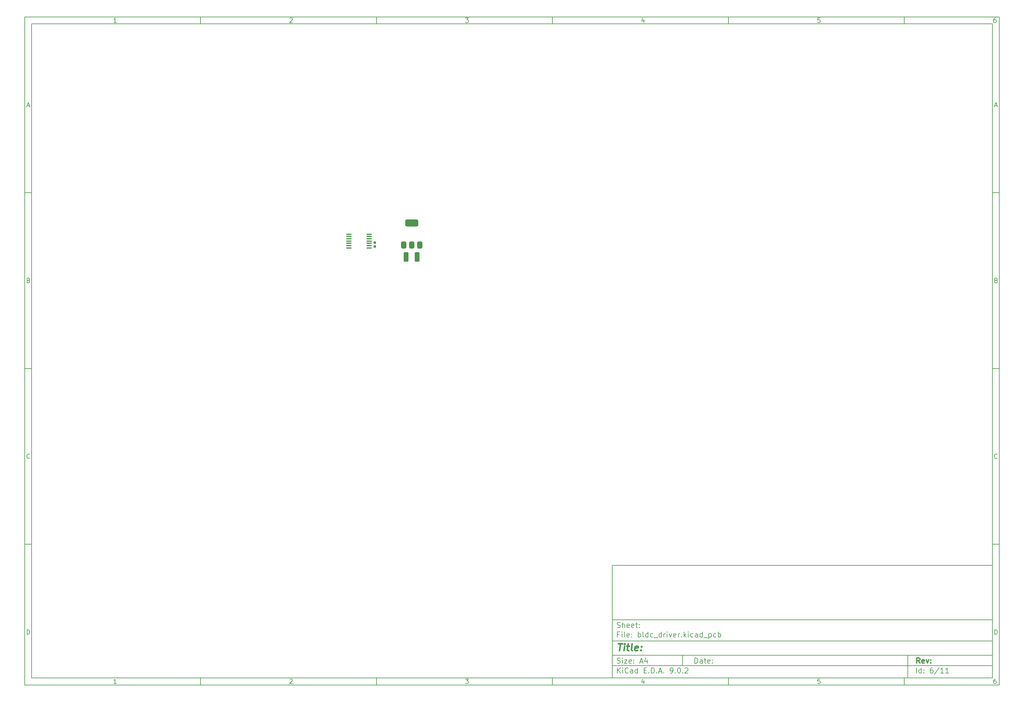
<source format=gbr>
%TF.GenerationSoftware,KiCad,Pcbnew,9.0.2-9.0.2-0~ubuntu22.04.1*%
%TF.CreationDate,2025-07-02T18:49:19+10:00*%
%TF.ProjectId,bldc_driver,626c6463-5f64-4726-9976-65722e6b6963,rev?*%
%TF.SameCoordinates,Original*%
%TF.FileFunction,Paste,Bot*%
%TF.FilePolarity,Positive*%
%FSLAX46Y46*%
G04 Gerber Fmt 4.6, Leading zero omitted, Abs format (unit mm)*
G04 Created by KiCad (PCBNEW 9.0.2-9.0.2-0~ubuntu22.04.1) date 2025-07-02 18:49:19*
%MOMM*%
%LPD*%
G01*
G04 APERTURE LIST*
G04 Aperture macros list*
%AMRoundRect*
0 Rectangle with rounded corners*
0 $1 Rounding radius*
0 $2 $3 $4 $5 $6 $7 $8 $9 X,Y pos of 4 corners*
0 Add a 4 corners polygon primitive as box body*
4,1,4,$2,$3,$4,$5,$6,$7,$8,$9,$2,$3,0*
0 Add four circle primitives for the rounded corners*
1,1,$1+$1,$2,$3*
1,1,$1+$1,$4,$5*
1,1,$1+$1,$6,$7*
1,1,$1+$1,$8,$9*
0 Add four rect primitives between the rounded corners*
20,1,$1+$1,$2,$3,$4,$5,0*
20,1,$1+$1,$4,$5,$6,$7,0*
20,1,$1+$1,$6,$7,$8,$9,0*
20,1,$1+$1,$8,$9,$2,$3,0*%
G04 Aperture macros list end*
%ADD10C,0.100000*%
%ADD11C,0.150000*%
%ADD12C,0.300000*%
%ADD13C,0.400000*%
%ADD14RoundRect,0.375000X0.375000X-0.625000X0.375000X0.625000X-0.375000X0.625000X-0.375000X-0.625000X0*%
%ADD15RoundRect,0.500000X1.400000X-0.500000X1.400000X0.500000X-1.400000X0.500000X-1.400000X-0.500000X0*%
%ADD16RoundRect,0.155000X-0.155000X0.212500X-0.155000X-0.212500X0.155000X-0.212500X0.155000X0.212500X0*%
%ADD17RoundRect,0.250000X-0.412500X-1.100000X0.412500X-1.100000X0.412500X1.100000X-0.412500X1.100000X0*%
%ADD18RoundRect,0.100000X-0.637500X-0.100000X0.637500X-0.100000X0.637500X0.100000X-0.637500X0.100000X0*%
G04 APERTURE END LIST*
D10*
D11*
X177002200Y-166007200D02*
X285002200Y-166007200D01*
X285002200Y-198007200D01*
X177002200Y-198007200D01*
X177002200Y-166007200D01*
D10*
D11*
X10000000Y-10000000D02*
X287002200Y-10000000D01*
X287002200Y-200007200D01*
X10000000Y-200007200D01*
X10000000Y-10000000D01*
D10*
D11*
X12000000Y-12000000D02*
X285002200Y-12000000D01*
X285002200Y-198007200D01*
X12000000Y-198007200D01*
X12000000Y-12000000D01*
D10*
D11*
X60000000Y-12000000D02*
X60000000Y-10000000D01*
D10*
D11*
X110000000Y-12000000D02*
X110000000Y-10000000D01*
D10*
D11*
X160000000Y-12000000D02*
X160000000Y-10000000D01*
D10*
D11*
X210000000Y-12000000D02*
X210000000Y-10000000D01*
D10*
D11*
X260000000Y-12000000D02*
X260000000Y-10000000D01*
D10*
D11*
X36089160Y-11593604D02*
X35346303Y-11593604D01*
X35717731Y-11593604D02*
X35717731Y-10293604D01*
X35717731Y-10293604D02*
X35593922Y-10479319D01*
X35593922Y-10479319D02*
X35470112Y-10603128D01*
X35470112Y-10603128D02*
X35346303Y-10665033D01*
D10*
D11*
X85346303Y-10417414D02*
X85408207Y-10355509D01*
X85408207Y-10355509D02*
X85532017Y-10293604D01*
X85532017Y-10293604D02*
X85841541Y-10293604D01*
X85841541Y-10293604D02*
X85965350Y-10355509D01*
X85965350Y-10355509D02*
X86027255Y-10417414D01*
X86027255Y-10417414D02*
X86089160Y-10541223D01*
X86089160Y-10541223D02*
X86089160Y-10665033D01*
X86089160Y-10665033D02*
X86027255Y-10850747D01*
X86027255Y-10850747D02*
X85284398Y-11593604D01*
X85284398Y-11593604D02*
X86089160Y-11593604D01*
D10*
D11*
X135284398Y-10293604D02*
X136089160Y-10293604D01*
X136089160Y-10293604D02*
X135655826Y-10788842D01*
X135655826Y-10788842D02*
X135841541Y-10788842D01*
X135841541Y-10788842D02*
X135965350Y-10850747D01*
X135965350Y-10850747D02*
X136027255Y-10912652D01*
X136027255Y-10912652D02*
X136089160Y-11036461D01*
X136089160Y-11036461D02*
X136089160Y-11345985D01*
X136089160Y-11345985D02*
X136027255Y-11469795D01*
X136027255Y-11469795D02*
X135965350Y-11531700D01*
X135965350Y-11531700D02*
X135841541Y-11593604D01*
X135841541Y-11593604D02*
X135470112Y-11593604D01*
X135470112Y-11593604D02*
X135346303Y-11531700D01*
X135346303Y-11531700D02*
X135284398Y-11469795D01*
D10*
D11*
X185965350Y-10726938D02*
X185965350Y-11593604D01*
X185655826Y-10231700D02*
X185346303Y-11160271D01*
X185346303Y-11160271D02*
X186151064Y-11160271D01*
D10*
D11*
X236027255Y-10293604D02*
X235408207Y-10293604D01*
X235408207Y-10293604D02*
X235346303Y-10912652D01*
X235346303Y-10912652D02*
X235408207Y-10850747D01*
X235408207Y-10850747D02*
X235532017Y-10788842D01*
X235532017Y-10788842D02*
X235841541Y-10788842D01*
X235841541Y-10788842D02*
X235965350Y-10850747D01*
X235965350Y-10850747D02*
X236027255Y-10912652D01*
X236027255Y-10912652D02*
X236089160Y-11036461D01*
X236089160Y-11036461D02*
X236089160Y-11345985D01*
X236089160Y-11345985D02*
X236027255Y-11469795D01*
X236027255Y-11469795D02*
X235965350Y-11531700D01*
X235965350Y-11531700D02*
X235841541Y-11593604D01*
X235841541Y-11593604D02*
X235532017Y-11593604D01*
X235532017Y-11593604D02*
X235408207Y-11531700D01*
X235408207Y-11531700D02*
X235346303Y-11469795D01*
D10*
D11*
X285965350Y-10293604D02*
X285717731Y-10293604D01*
X285717731Y-10293604D02*
X285593922Y-10355509D01*
X285593922Y-10355509D02*
X285532017Y-10417414D01*
X285532017Y-10417414D02*
X285408207Y-10603128D01*
X285408207Y-10603128D02*
X285346303Y-10850747D01*
X285346303Y-10850747D02*
X285346303Y-11345985D01*
X285346303Y-11345985D02*
X285408207Y-11469795D01*
X285408207Y-11469795D02*
X285470112Y-11531700D01*
X285470112Y-11531700D02*
X285593922Y-11593604D01*
X285593922Y-11593604D02*
X285841541Y-11593604D01*
X285841541Y-11593604D02*
X285965350Y-11531700D01*
X285965350Y-11531700D02*
X286027255Y-11469795D01*
X286027255Y-11469795D02*
X286089160Y-11345985D01*
X286089160Y-11345985D02*
X286089160Y-11036461D01*
X286089160Y-11036461D02*
X286027255Y-10912652D01*
X286027255Y-10912652D02*
X285965350Y-10850747D01*
X285965350Y-10850747D02*
X285841541Y-10788842D01*
X285841541Y-10788842D02*
X285593922Y-10788842D01*
X285593922Y-10788842D02*
X285470112Y-10850747D01*
X285470112Y-10850747D02*
X285408207Y-10912652D01*
X285408207Y-10912652D02*
X285346303Y-11036461D01*
D10*
D11*
X60000000Y-198007200D02*
X60000000Y-200007200D01*
D10*
D11*
X110000000Y-198007200D02*
X110000000Y-200007200D01*
D10*
D11*
X160000000Y-198007200D02*
X160000000Y-200007200D01*
D10*
D11*
X210000000Y-198007200D02*
X210000000Y-200007200D01*
D10*
D11*
X260000000Y-198007200D02*
X260000000Y-200007200D01*
D10*
D11*
X36089160Y-199600804D02*
X35346303Y-199600804D01*
X35717731Y-199600804D02*
X35717731Y-198300804D01*
X35717731Y-198300804D02*
X35593922Y-198486519D01*
X35593922Y-198486519D02*
X35470112Y-198610328D01*
X35470112Y-198610328D02*
X35346303Y-198672233D01*
D10*
D11*
X85346303Y-198424614D02*
X85408207Y-198362709D01*
X85408207Y-198362709D02*
X85532017Y-198300804D01*
X85532017Y-198300804D02*
X85841541Y-198300804D01*
X85841541Y-198300804D02*
X85965350Y-198362709D01*
X85965350Y-198362709D02*
X86027255Y-198424614D01*
X86027255Y-198424614D02*
X86089160Y-198548423D01*
X86089160Y-198548423D02*
X86089160Y-198672233D01*
X86089160Y-198672233D02*
X86027255Y-198857947D01*
X86027255Y-198857947D02*
X85284398Y-199600804D01*
X85284398Y-199600804D02*
X86089160Y-199600804D01*
D10*
D11*
X135284398Y-198300804D02*
X136089160Y-198300804D01*
X136089160Y-198300804D02*
X135655826Y-198796042D01*
X135655826Y-198796042D02*
X135841541Y-198796042D01*
X135841541Y-198796042D02*
X135965350Y-198857947D01*
X135965350Y-198857947D02*
X136027255Y-198919852D01*
X136027255Y-198919852D02*
X136089160Y-199043661D01*
X136089160Y-199043661D02*
X136089160Y-199353185D01*
X136089160Y-199353185D02*
X136027255Y-199476995D01*
X136027255Y-199476995D02*
X135965350Y-199538900D01*
X135965350Y-199538900D02*
X135841541Y-199600804D01*
X135841541Y-199600804D02*
X135470112Y-199600804D01*
X135470112Y-199600804D02*
X135346303Y-199538900D01*
X135346303Y-199538900D02*
X135284398Y-199476995D01*
D10*
D11*
X185965350Y-198734138D02*
X185965350Y-199600804D01*
X185655826Y-198238900D02*
X185346303Y-199167471D01*
X185346303Y-199167471D02*
X186151064Y-199167471D01*
D10*
D11*
X236027255Y-198300804D02*
X235408207Y-198300804D01*
X235408207Y-198300804D02*
X235346303Y-198919852D01*
X235346303Y-198919852D02*
X235408207Y-198857947D01*
X235408207Y-198857947D02*
X235532017Y-198796042D01*
X235532017Y-198796042D02*
X235841541Y-198796042D01*
X235841541Y-198796042D02*
X235965350Y-198857947D01*
X235965350Y-198857947D02*
X236027255Y-198919852D01*
X236027255Y-198919852D02*
X236089160Y-199043661D01*
X236089160Y-199043661D02*
X236089160Y-199353185D01*
X236089160Y-199353185D02*
X236027255Y-199476995D01*
X236027255Y-199476995D02*
X235965350Y-199538900D01*
X235965350Y-199538900D02*
X235841541Y-199600804D01*
X235841541Y-199600804D02*
X235532017Y-199600804D01*
X235532017Y-199600804D02*
X235408207Y-199538900D01*
X235408207Y-199538900D02*
X235346303Y-199476995D01*
D10*
D11*
X285965350Y-198300804D02*
X285717731Y-198300804D01*
X285717731Y-198300804D02*
X285593922Y-198362709D01*
X285593922Y-198362709D02*
X285532017Y-198424614D01*
X285532017Y-198424614D02*
X285408207Y-198610328D01*
X285408207Y-198610328D02*
X285346303Y-198857947D01*
X285346303Y-198857947D02*
X285346303Y-199353185D01*
X285346303Y-199353185D02*
X285408207Y-199476995D01*
X285408207Y-199476995D02*
X285470112Y-199538900D01*
X285470112Y-199538900D02*
X285593922Y-199600804D01*
X285593922Y-199600804D02*
X285841541Y-199600804D01*
X285841541Y-199600804D02*
X285965350Y-199538900D01*
X285965350Y-199538900D02*
X286027255Y-199476995D01*
X286027255Y-199476995D02*
X286089160Y-199353185D01*
X286089160Y-199353185D02*
X286089160Y-199043661D01*
X286089160Y-199043661D02*
X286027255Y-198919852D01*
X286027255Y-198919852D02*
X285965350Y-198857947D01*
X285965350Y-198857947D02*
X285841541Y-198796042D01*
X285841541Y-198796042D02*
X285593922Y-198796042D01*
X285593922Y-198796042D02*
X285470112Y-198857947D01*
X285470112Y-198857947D02*
X285408207Y-198919852D01*
X285408207Y-198919852D02*
X285346303Y-199043661D01*
D10*
D11*
X10000000Y-60000000D02*
X12000000Y-60000000D01*
D10*
D11*
X10000000Y-110000000D02*
X12000000Y-110000000D01*
D10*
D11*
X10000000Y-160000000D02*
X12000000Y-160000000D01*
D10*
D11*
X10690476Y-35222176D02*
X11309523Y-35222176D01*
X10566666Y-35593604D02*
X10999999Y-34293604D01*
X10999999Y-34293604D02*
X11433333Y-35593604D01*
D10*
D11*
X11092857Y-84912652D02*
X11278571Y-84974557D01*
X11278571Y-84974557D02*
X11340476Y-85036461D01*
X11340476Y-85036461D02*
X11402380Y-85160271D01*
X11402380Y-85160271D02*
X11402380Y-85345985D01*
X11402380Y-85345985D02*
X11340476Y-85469795D01*
X11340476Y-85469795D02*
X11278571Y-85531700D01*
X11278571Y-85531700D02*
X11154761Y-85593604D01*
X11154761Y-85593604D02*
X10659523Y-85593604D01*
X10659523Y-85593604D02*
X10659523Y-84293604D01*
X10659523Y-84293604D02*
X11092857Y-84293604D01*
X11092857Y-84293604D02*
X11216666Y-84355509D01*
X11216666Y-84355509D02*
X11278571Y-84417414D01*
X11278571Y-84417414D02*
X11340476Y-84541223D01*
X11340476Y-84541223D02*
X11340476Y-84665033D01*
X11340476Y-84665033D02*
X11278571Y-84788842D01*
X11278571Y-84788842D02*
X11216666Y-84850747D01*
X11216666Y-84850747D02*
X11092857Y-84912652D01*
X11092857Y-84912652D02*
X10659523Y-84912652D01*
D10*
D11*
X11402380Y-135469795D02*
X11340476Y-135531700D01*
X11340476Y-135531700D02*
X11154761Y-135593604D01*
X11154761Y-135593604D02*
X11030952Y-135593604D01*
X11030952Y-135593604D02*
X10845238Y-135531700D01*
X10845238Y-135531700D02*
X10721428Y-135407890D01*
X10721428Y-135407890D02*
X10659523Y-135284080D01*
X10659523Y-135284080D02*
X10597619Y-135036461D01*
X10597619Y-135036461D02*
X10597619Y-134850747D01*
X10597619Y-134850747D02*
X10659523Y-134603128D01*
X10659523Y-134603128D02*
X10721428Y-134479319D01*
X10721428Y-134479319D02*
X10845238Y-134355509D01*
X10845238Y-134355509D02*
X11030952Y-134293604D01*
X11030952Y-134293604D02*
X11154761Y-134293604D01*
X11154761Y-134293604D02*
X11340476Y-134355509D01*
X11340476Y-134355509D02*
X11402380Y-134417414D01*
D10*
D11*
X10659523Y-185593604D02*
X10659523Y-184293604D01*
X10659523Y-184293604D02*
X10969047Y-184293604D01*
X10969047Y-184293604D02*
X11154761Y-184355509D01*
X11154761Y-184355509D02*
X11278571Y-184479319D01*
X11278571Y-184479319D02*
X11340476Y-184603128D01*
X11340476Y-184603128D02*
X11402380Y-184850747D01*
X11402380Y-184850747D02*
X11402380Y-185036461D01*
X11402380Y-185036461D02*
X11340476Y-185284080D01*
X11340476Y-185284080D02*
X11278571Y-185407890D01*
X11278571Y-185407890D02*
X11154761Y-185531700D01*
X11154761Y-185531700D02*
X10969047Y-185593604D01*
X10969047Y-185593604D02*
X10659523Y-185593604D01*
D10*
D11*
X287002200Y-60000000D02*
X285002200Y-60000000D01*
D10*
D11*
X287002200Y-110000000D02*
X285002200Y-110000000D01*
D10*
D11*
X287002200Y-160000000D02*
X285002200Y-160000000D01*
D10*
D11*
X285692676Y-35222176D02*
X286311723Y-35222176D01*
X285568866Y-35593604D02*
X286002199Y-34293604D01*
X286002199Y-34293604D02*
X286435533Y-35593604D01*
D10*
D11*
X286095057Y-84912652D02*
X286280771Y-84974557D01*
X286280771Y-84974557D02*
X286342676Y-85036461D01*
X286342676Y-85036461D02*
X286404580Y-85160271D01*
X286404580Y-85160271D02*
X286404580Y-85345985D01*
X286404580Y-85345985D02*
X286342676Y-85469795D01*
X286342676Y-85469795D02*
X286280771Y-85531700D01*
X286280771Y-85531700D02*
X286156961Y-85593604D01*
X286156961Y-85593604D02*
X285661723Y-85593604D01*
X285661723Y-85593604D02*
X285661723Y-84293604D01*
X285661723Y-84293604D02*
X286095057Y-84293604D01*
X286095057Y-84293604D02*
X286218866Y-84355509D01*
X286218866Y-84355509D02*
X286280771Y-84417414D01*
X286280771Y-84417414D02*
X286342676Y-84541223D01*
X286342676Y-84541223D02*
X286342676Y-84665033D01*
X286342676Y-84665033D02*
X286280771Y-84788842D01*
X286280771Y-84788842D02*
X286218866Y-84850747D01*
X286218866Y-84850747D02*
X286095057Y-84912652D01*
X286095057Y-84912652D02*
X285661723Y-84912652D01*
D10*
D11*
X286404580Y-135469795D02*
X286342676Y-135531700D01*
X286342676Y-135531700D02*
X286156961Y-135593604D01*
X286156961Y-135593604D02*
X286033152Y-135593604D01*
X286033152Y-135593604D02*
X285847438Y-135531700D01*
X285847438Y-135531700D02*
X285723628Y-135407890D01*
X285723628Y-135407890D02*
X285661723Y-135284080D01*
X285661723Y-135284080D02*
X285599819Y-135036461D01*
X285599819Y-135036461D02*
X285599819Y-134850747D01*
X285599819Y-134850747D02*
X285661723Y-134603128D01*
X285661723Y-134603128D02*
X285723628Y-134479319D01*
X285723628Y-134479319D02*
X285847438Y-134355509D01*
X285847438Y-134355509D02*
X286033152Y-134293604D01*
X286033152Y-134293604D02*
X286156961Y-134293604D01*
X286156961Y-134293604D02*
X286342676Y-134355509D01*
X286342676Y-134355509D02*
X286404580Y-134417414D01*
D10*
D11*
X285661723Y-185593604D02*
X285661723Y-184293604D01*
X285661723Y-184293604D02*
X285971247Y-184293604D01*
X285971247Y-184293604D02*
X286156961Y-184355509D01*
X286156961Y-184355509D02*
X286280771Y-184479319D01*
X286280771Y-184479319D02*
X286342676Y-184603128D01*
X286342676Y-184603128D02*
X286404580Y-184850747D01*
X286404580Y-184850747D02*
X286404580Y-185036461D01*
X286404580Y-185036461D02*
X286342676Y-185284080D01*
X286342676Y-185284080D02*
X286280771Y-185407890D01*
X286280771Y-185407890D02*
X286156961Y-185531700D01*
X286156961Y-185531700D02*
X285971247Y-185593604D01*
X285971247Y-185593604D02*
X285661723Y-185593604D01*
D10*
D11*
X200458026Y-193793328D02*
X200458026Y-192293328D01*
X200458026Y-192293328D02*
X200815169Y-192293328D01*
X200815169Y-192293328D02*
X201029455Y-192364757D01*
X201029455Y-192364757D02*
X201172312Y-192507614D01*
X201172312Y-192507614D02*
X201243741Y-192650471D01*
X201243741Y-192650471D02*
X201315169Y-192936185D01*
X201315169Y-192936185D02*
X201315169Y-193150471D01*
X201315169Y-193150471D02*
X201243741Y-193436185D01*
X201243741Y-193436185D02*
X201172312Y-193579042D01*
X201172312Y-193579042D02*
X201029455Y-193721900D01*
X201029455Y-193721900D02*
X200815169Y-193793328D01*
X200815169Y-193793328D02*
X200458026Y-193793328D01*
X202600884Y-193793328D02*
X202600884Y-193007614D01*
X202600884Y-193007614D02*
X202529455Y-192864757D01*
X202529455Y-192864757D02*
X202386598Y-192793328D01*
X202386598Y-192793328D02*
X202100884Y-192793328D01*
X202100884Y-192793328D02*
X201958026Y-192864757D01*
X202600884Y-193721900D02*
X202458026Y-193793328D01*
X202458026Y-193793328D02*
X202100884Y-193793328D01*
X202100884Y-193793328D02*
X201958026Y-193721900D01*
X201958026Y-193721900D02*
X201886598Y-193579042D01*
X201886598Y-193579042D02*
X201886598Y-193436185D01*
X201886598Y-193436185D02*
X201958026Y-193293328D01*
X201958026Y-193293328D02*
X202100884Y-193221900D01*
X202100884Y-193221900D02*
X202458026Y-193221900D01*
X202458026Y-193221900D02*
X202600884Y-193150471D01*
X203100884Y-192793328D02*
X203672312Y-192793328D01*
X203315169Y-192293328D02*
X203315169Y-193579042D01*
X203315169Y-193579042D02*
X203386598Y-193721900D01*
X203386598Y-193721900D02*
X203529455Y-193793328D01*
X203529455Y-193793328D02*
X203672312Y-193793328D01*
X204743741Y-193721900D02*
X204600884Y-193793328D01*
X204600884Y-193793328D02*
X204315170Y-193793328D01*
X204315170Y-193793328D02*
X204172312Y-193721900D01*
X204172312Y-193721900D02*
X204100884Y-193579042D01*
X204100884Y-193579042D02*
X204100884Y-193007614D01*
X204100884Y-193007614D02*
X204172312Y-192864757D01*
X204172312Y-192864757D02*
X204315170Y-192793328D01*
X204315170Y-192793328D02*
X204600884Y-192793328D01*
X204600884Y-192793328D02*
X204743741Y-192864757D01*
X204743741Y-192864757D02*
X204815170Y-193007614D01*
X204815170Y-193007614D02*
X204815170Y-193150471D01*
X204815170Y-193150471D02*
X204100884Y-193293328D01*
X205458026Y-193650471D02*
X205529455Y-193721900D01*
X205529455Y-193721900D02*
X205458026Y-193793328D01*
X205458026Y-193793328D02*
X205386598Y-193721900D01*
X205386598Y-193721900D02*
X205458026Y-193650471D01*
X205458026Y-193650471D02*
X205458026Y-193793328D01*
X205458026Y-192864757D02*
X205529455Y-192936185D01*
X205529455Y-192936185D02*
X205458026Y-193007614D01*
X205458026Y-193007614D02*
X205386598Y-192936185D01*
X205386598Y-192936185D02*
X205458026Y-192864757D01*
X205458026Y-192864757D02*
X205458026Y-193007614D01*
D10*
D11*
X177002200Y-194507200D02*
X285002200Y-194507200D01*
D10*
D11*
X178458026Y-196593328D02*
X178458026Y-195093328D01*
X179315169Y-196593328D02*
X178672312Y-195736185D01*
X179315169Y-195093328D02*
X178458026Y-195950471D01*
X179958026Y-196593328D02*
X179958026Y-195593328D01*
X179958026Y-195093328D02*
X179886598Y-195164757D01*
X179886598Y-195164757D02*
X179958026Y-195236185D01*
X179958026Y-195236185D02*
X180029455Y-195164757D01*
X180029455Y-195164757D02*
X179958026Y-195093328D01*
X179958026Y-195093328D02*
X179958026Y-195236185D01*
X181529455Y-196450471D02*
X181458027Y-196521900D01*
X181458027Y-196521900D02*
X181243741Y-196593328D01*
X181243741Y-196593328D02*
X181100884Y-196593328D01*
X181100884Y-196593328D02*
X180886598Y-196521900D01*
X180886598Y-196521900D02*
X180743741Y-196379042D01*
X180743741Y-196379042D02*
X180672312Y-196236185D01*
X180672312Y-196236185D02*
X180600884Y-195950471D01*
X180600884Y-195950471D02*
X180600884Y-195736185D01*
X180600884Y-195736185D02*
X180672312Y-195450471D01*
X180672312Y-195450471D02*
X180743741Y-195307614D01*
X180743741Y-195307614D02*
X180886598Y-195164757D01*
X180886598Y-195164757D02*
X181100884Y-195093328D01*
X181100884Y-195093328D02*
X181243741Y-195093328D01*
X181243741Y-195093328D02*
X181458027Y-195164757D01*
X181458027Y-195164757D02*
X181529455Y-195236185D01*
X182815170Y-196593328D02*
X182815170Y-195807614D01*
X182815170Y-195807614D02*
X182743741Y-195664757D01*
X182743741Y-195664757D02*
X182600884Y-195593328D01*
X182600884Y-195593328D02*
X182315170Y-195593328D01*
X182315170Y-195593328D02*
X182172312Y-195664757D01*
X182815170Y-196521900D02*
X182672312Y-196593328D01*
X182672312Y-196593328D02*
X182315170Y-196593328D01*
X182315170Y-196593328D02*
X182172312Y-196521900D01*
X182172312Y-196521900D02*
X182100884Y-196379042D01*
X182100884Y-196379042D02*
X182100884Y-196236185D01*
X182100884Y-196236185D02*
X182172312Y-196093328D01*
X182172312Y-196093328D02*
X182315170Y-196021900D01*
X182315170Y-196021900D02*
X182672312Y-196021900D01*
X182672312Y-196021900D02*
X182815170Y-195950471D01*
X184172313Y-196593328D02*
X184172313Y-195093328D01*
X184172313Y-196521900D02*
X184029455Y-196593328D01*
X184029455Y-196593328D02*
X183743741Y-196593328D01*
X183743741Y-196593328D02*
X183600884Y-196521900D01*
X183600884Y-196521900D02*
X183529455Y-196450471D01*
X183529455Y-196450471D02*
X183458027Y-196307614D01*
X183458027Y-196307614D02*
X183458027Y-195879042D01*
X183458027Y-195879042D02*
X183529455Y-195736185D01*
X183529455Y-195736185D02*
X183600884Y-195664757D01*
X183600884Y-195664757D02*
X183743741Y-195593328D01*
X183743741Y-195593328D02*
X184029455Y-195593328D01*
X184029455Y-195593328D02*
X184172313Y-195664757D01*
X186029455Y-195807614D02*
X186529455Y-195807614D01*
X186743741Y-196593328D02*
X186029455Y-196593328D01*
X186029455Y-196593328D02*
X186029455Y-195093328D01*
X186029455Y-195093328D02*
X186743741Y-195093328D01*
X187386598Y-196450471D02*
X187458027Y-196521900D01*
X187458027Y-196521900D02*
X187386598Y-196593328D01*
X187386598Y-196593328D02*
X187315170Y-196521900D01*
X187315170Y-196521900D02*
X187386598Y-196450471D01*
X187386598Y-196450471D02*
X187386598Y-196593328D01*
X188100884Y-196593328D02*
X188100884Y-195093328D01*
X188100884Y-195093328D02*
X188458027Y-195093328D01*
X188458027Y-195093328D02*
X188672313Y-195164757D01*
X188672313Y-195164757D02*
X188815170Y-195307614D01*
X188815170Y-195307614D02*
X188886599Y-195450471D01*
X188886599Y-195450471D02*
X188958027Y-195736185D01*
X188958027Y-195736185D02*
X188958027Y-195950471D01*
X188958027Y-195950471D02*
X188886599Y-196236185D01*
X188886599Y-196236185D02*
X188815170Y-196379042D01*
X188815170Y-196379042D02*
X188672313Y-196521900D01*
X188672313Y-196521900D02*
X188458027Y-196593328D01*
X188458027Y-196593328D02*
X188100884Y-196593328D01*
X189600884Y-196450471D02*
X189672313Y-196521900D01*
X189672313Y-196521900D02*
X189600884Y-196593328D01*
X189600884Y-196593328D02*
X189529456Y-196521900D01*
X189529456Y-196521900D02*
X189600884Y-196450471D01*
X189600884Y-196450471D02*
X189600884Y-196593328D01*
X190243742Y-196164757D02*
X190958028Y-196164757D01*
X190100885Y-196593328D02*
X190600885Y-195093328D01*
X190600885Y-195093328D02*
X191100885Y-196593328D01*
X191600884Y-196450471D02*
X191672313Y-196521900D01*
X191672313Y-196521900D02*
X191600884Y-196593328D01*
X191600884Y-196593328D02*
X191529456Y-196521900D01*
X191529456Y-196521900D02*
X191600884Y-196450471D01*
X191600884Y-196450471D02*
X191600884Y-196593328D01*
X193529456Y-196593328D02*
X193815170Y-196593328D01*
X193815170Y-196593328D02*
X193958027Y-196521900D01*
X193958027Y-196521900D02*
X194029456Y-196450471D01*
X194029456Y-196450471D02*
X194172313Y-196236185D01*
X194172313Y-196236185D02*
X194243742Y-195950471D01*
X194243742Y-195950471D02*
X194243742Y-195379042D01*
X194243742Y-195379042D02*
X194172313Y-195236185D01*
X194172313Y-195236185D02*
X194100885Y-195164757D01*
X194100885Y-195164757D02*
X193958027Y-195093328D01*
X193958027Y-195093328D02*
X193672313Y-195093328D01*
X193672313Y-195093328D02*
X193529456Y-195164757D01*
X193529456Y-195164757D02*
X193458027Y-195236185D01*
X193458027Y-195236185D02*
X193386599Y-195379042D01*
X193386599Y-195379042D02*
X193386599Y-195736185D01*
X193386599Y-195736185D02*
X193458027Y-195879042D01*
X193458027Y-195879042D02*
X193529456Y-195950471D01*
X193529456Y-195950471D02*
X193672313Y-196021900D01*
X193672313Y-196021900D02*
X193958027Y-196021900D01*
X193958027Y-196021900D02*
X194100885Y-195950471D01*
X194100885Y-195950471D02*
X194172313Y-195879042D01*
X194172313Y-195879042D02*
X194243742Y-195736185D01*
X194886598Y-196450471D02*
X194958027Y-196521900D01*
X194958027Y-196521900D02*
X194886598Y-196593328D01*
X194886598Y-196593328D02*
X194815170Y-196521900D01*
X194815170Y-196521900D02*
X194886598Y-196450471D01*
X194886598Y-196450471D02*
X194886598Y-196593328D01*
X195886599Y-195093328D02*
X196029456Y-195093328D01*
X196029456Y-195093328D02*
X196172313Y-195164757D01*
X196172313Y-195164757D02*
X196243742Y-195236185D01*
X196243742Y-195236185D02*
X196315170Y-195379042D01*
X196315170Y-195379042D02*
X196386599Y-195664757D01*
X196386599Y-195664757D02*
X196386599Y-196021900D01*
X196386599Y-196021900D02*
X196315170Y-196307614D01*
X196315170Y-196307614D02*
X196243742Y-196450471D01*
X196243742Y-196450471D02*
X196172313Y-196521900D01*
X196172313Y-196521900D02*
X196029456Y-196593328D01*
X196029456Y-196593328D02*
X195886599Y-196593328D01*
X195886599Y-196593328D02*
X195743742Y-196521900D01*
X195743742Y-196521900D02*
X195672313Y-196450471D01*
X195672313Y-196450471D02*
X195600884Y-196307614D01*
X195600884Y-196307614D02*
X195529456Y-196021900D01*
X195529456Y-196021900D02*
X195529456Y-195664757D01*
X195529456Y-195664757D02*
X195600884Y-195379042D01*
X195600884Y-195379042D02*
X195672313Y-195236185D01*
X195672313Y-195236185D02*
X195743742Y-195164757D01*
X195743742Y-195164757D02*
X195886599Y-195093328D01*
X197029455Y-196450471D02*
X197100884Y-196521900D01*
X197100884Y-196521900D02*
X197029455Y-196593328D01*
X197029455Y-196593328D02*
X196958027Y-196521900D01*
X196958027Y-196521900D02*
X197029455Y-196450471D01*
X197029455Y-196450471D02*
X197029455Y-196593328D01*
X197672313Y-195236185D02*
X197743741Y-195164757D01*
X197743741Y-195164757D02*
X197886599Y-195093328D01*
X197886599Y-195093328D02*
X198243741Y-195093328D01*
X198243741Y-195093328D02*
X198386599Y-195164757D01*
X198386599Y-195164757D02*
X198458027Y-195236185D01*
X198458027Y-195236185D02*
X198529456Y-195379042D01*
X198529456Y-195379042D02*
X198529456Y-195521900D01*
X198529456Y-195521900D02*
X198458027Y-195736185D01*
X198458027Y-195736185D02*
X197600884Y-196593328D01*
X197600884Y-196593328D02*
X198529456Y-196593328D01*
D10*
D11*
X177002200Y-191507200D02*
X285002200Y-191507200D01*
D10*
D12*
X264413853Y-193785528D02*
X263913853Y-193071242D01*
X263556710Y-193785528D02*
X263556710Y-192285528D01*
X263556710Y-192285528D02*
X264128139Y-192285528D01*
X264128139Y-192285528D02*
X264270996Y-192356957D01*
X264270996Y-192356957D02*
X264342425Y-192428385D01*
X264342425Y-192428385D02*
X264413853Y-192571242D01*
X264413853Y-192571242D02*
X264413853Y-192785528D01*
X264413853Y-192785528D02*
X264342425Y-192928385D01*
X264342425Y-192928385D02*
X264270996Y-192999814D01*
X264270996Y-192999814D02*
X264128139Y-193071242D01*
X264128139Y-193071242D02*
X263556710Y-193071242D01*
X265628139Y-193714100D02*
X265485282Y-193785528D01*
X265485282Y-193785528D02*
X265199568Y-193785528D01*
X265199568Y-193785528D02*
X265056710Y-193714100D01*
X265056710Y-193714100D02*
X264985282Y-193571242D01*
X264985282Y-193571242D02*
X264985282Y-192999814D01*
X264985282Y-192999814D02*
X265056710Y-192856957D01*
X265056710Y-192856957D02*
X265199568Y-192785528D01*
X265199568Y-192785528D02*
X265485282Y-192785528D01*
X265485282Y-192785528D02*
X265628139Y-192856957D01*
X265628139Y-192856957D02*
X265699568Y-192999814D01*
X265699568Y-192999814D02*
X265699568Y-193142671D01*
X265699568Y-193142671D02*
X264985282Y-193285528D01*
X266199567Y-192785528D02*
X266556710Y-193785528D01*
X266556710Y-193785528D02*
X266913853Y-192785528D01*
X267485281Y-193642671D02*
X267556710Y-193714100D01*
X267556710Y-193714100D02*
X267485281Y-193785528D01*
X267485281Y-193785528D02*
X267413853Y-193714100D01*
X267413853Y-193714100D02*
X267485281Y-193642671D01*
X267485281Y-193642671D02*
X267485281Y-193785528D01*
X267485281Y-192856957D02*
X267556710Y-192928385D01*
X267556710Y-192928385D02*
X267485281Y-192999814D01*
X267485281Y-192999814D02*
X267413853Y-192928385D01*
X267413853Y-192928385D02*
X267485281Y-192856957D01*
X267485281Y-192856957D02*
X267485281Y-192999814D01*
D10*
D11*
X178386598Y-193721900D02*
X178600884Y-193793328D01*
X178600884Y-193793328D02*
X178958026Y-193793328D01*
X178958026Y-193793328D02*
X179100884Y-193721900D01*
X179100884Y-193721900D02*
X179172312Y-193650471D01*
X179172312Y-193650471D02*
X179243741Y-193507614D01*
X179243741Y-193507614D02*
X179243741Y-193364757D01*
X179243741Y-193364757D02*
X179172312Y-193221900D01*
X179172312Y-193221900D02*
X179100884Y-193150471D01*
X179100884Y-193150471D02*
X178958026Y-193079042D01*
X178958026Y-193079042D02*
X178672312Y-193007614D01*
X178672312Y-193007614D02*
X178529455Y-192936185D01*
X178529455Y-192936185D02*
X178458026Y-192864757D01*
X178458026Y-192864757D02*
X178386598Y-192721900D01*
X178386598Y-192721900D02*
X178386598Y-192579042D01*
X178386598Y-192579042D02*
X178458026Y-192436185D01*
X178458026Y-192436185D02*
X178529455Y-192364757D01*
X178529455Y-192364757D02*
X178672312Y-192293328D01*
X178672312Y-192293328D02*
X179029455Y-192293328D01*
X179029455Y-192293328D02*
X179243741Y-192364757D01*
X179886597Y-193793328D02*
X179886597Y-192793328D01*
X179886597Y-192293328D02*
X179815169Y-192364757D01*
X179815169Y-192364757D02*
X179886597Y-192436185D01*
X179886597Y-192436185D02*
X179958026Y-192364757D01*
X179958026Y-192364757D02*
X179886597Y-192293328D01*
X179886597Y-192293328D02*
X179886597Y-192436185D01*
X180458026Y-192793328D02*
X181243741Y-192793328D01*
X181243741Y-192793328D02*
X180458026Y-193793328D01*
X180458026Y-193793328D02*
X181243741Y-193793328D01*
X182386598Y-193721900D02*
X182243741Y-193793328D01*
X182243741Y-193793328D02*
X181958027Y-193793328D01*
X181958027Y-193793328D02*
X181815169Y-193721900D01*
X181815169Y-193721900D02*
X181743741Y-193579042D01*
X181743741Y-193579042D02*
X181743741Y-193007614D01*
X181743741Y-193007614D02*
X181815169Y-192864757D01*
X181815169Y-192864757D02*
X181958027Y-192793328D01*
X181958027Y-192793328D02*
X182243741Y-192793328D01*
X182243741Y-192793328D02*
X182386598Y-192864757D01*
X182386598Y-192864757D02*
X182458027Y-193007614D01*
X182458027Y-193007614D02*
X182458027Y-193150471D01*
X182458027Y-193150471D02*
X181743741Y-193293328D01*
X183100883Y-193650471D02*
X183172312Y-193721900D01*
X183172312Y-193721900D02*
X183100883Y-193793328D01*
X183100883Y-193793328D02*
X183029455Y-193721900D01*
X183029455Y-193721900D02*
X183100883Y-193650471D01*
X183100883Y-193650471D02*
X183100883Y-193793328D01*
X183100883Y-192864757D02*
X183172312Y-192936185D01*
X183172312Y-192936185D02*
X183100883Y-193007614D01*
X183100883Y-193007614D02*
X183029455Y-192936185D01*
X183029455Y-192936185D02*
X183100883Y-192864757D01*
X183100883Y-192864757D02*
X183100883Y-193007614D01*
X184886598Y-193364757D02*
X185600884Y-193364757D01*
X184743741Y-193793328D02*
X185243741Y-192293328D01*
X185243741Y-192293328D02*
X185743741Y-193793328D01*
X186886598Y-192793328D02*
X186886598Y-193793328D01*
X186529455Y-192221900D02*
X186172312Y-193293328D01*
X186172312Y-193293328D02*
X187100883Y-193293328D01*
D10*
D11*
X263458026Y-196593328D02*
X263458026Y-195093328D01*
X264815170Y-196593328D02*
X264815170Y-195093328D01*
X264815170Y-196521900D02*
X264672312Y-196593328D01*
X264672312Y-196593328D02*
X264386598Y-196593328D01*
X264386598Y-196593328D02*
X264243741Y-196521900D01*
X264243741Y-196521900D02*
X264172312Y-196450471D01*
X264172312Y-196450471D02*
X264100884Y-196307614D01*
X264100884Y-196307614D02*
X264100884Y-195879042D01*
X264100884Y-195879042D02*
X264172312Y-195736185D01*
X264172312Y-195736185D02*
X264243741Y-195664757D01*
X264243741Y-195664757D02*
X264386598Y-195593328D01*
X264386598Y-195593328D02*
X264672312Y-195593328D01*
X264672312Y-195593328D02*
X264815170Y-195664757D01*
X265529455Y-196450471D02*
X265600884Y-196521900D01*
X265600884Y-196521900D02*
X265529455Y-196593328D01*
X265529455Y-196593328D02*
X265458027Y-196521900D01*
X265458027Y-196521900D02*
X265529455Y-196450471D01*
X265529455Y-196450471D02*
X265529455Y-196593328D01*
X265529455Y-195664757D02*
X265600884Y-195736185D01*
X265600884Y-195736185D02*
X265529455Y-195807614D01*
X265529455Y-195807614D02*
X265458027Y-195736185D01*
X265458027Y-195736185D02*
X265529455Y-195664757D01*
X265529455Y-195664757D02*
X265529455Y-195807614D01*
X268029456Y-195093328D02*
X267743741Y-195093328D01*
X267743741Y-195093328D02*
X267600884Y-195164757D01*
X267600884Y-195164757D02*
X267529456Y-195236185D01*
X267529456Y-195236185D02*
X267386598Y-195450471D01*
X267386598Y-195450471D02*
X267315170Y-195736185D01*
X267315170Y-195736185D02*
X267315170Y-196307614D01*
X267315170Y-196307614D02*
X267386598Y-196450471D01*
X267386598Y-196450471D02*
X267458027Y-196521900D01*
X267458027Y-196521900D02*
X267600884Y-196593328D01*
X267600884Y-196593328D02*
X267886598Y-196593328D01*
X267886598Y-196593328D02*
X268029456Y-196521900D01*
X268029456Y-196521900D02*
X268100884Y-196450471D01*
X268100884Y-196450471D02*
X268172313Y-196307614D01*
X268172313Y-196307614D02*
X268172313Y-195950471D01*
X268172313Y-195950471D02*
X268100884Y-195807614D01*
X268100884Y-195807614D02*
X268029456Y-195736185D01*
X268029456Y-195736185D02*
X267886598Y-195664757D01*
X267886598Y-195664757D02*
X267600884Y-195664757D01*
X267600884Y-195664757D02*
X267458027Y-195736185D01*
X267458027Y-195736185D02*
X267386598Y-195807614D01*
X267386598Y-195807614D02*
X267315170Y-195950471D01*
X269886598Y-195021900D02*
X268600884Y-196950471D01*
X271172313Y-196593328D02*
X270315170Y-196593328D01*
X270743741Y-196593328D02*
X270743741Y-195093328D01*
X270743741Y-195093328D02*
X270600884Y-195307614D01*
X270600884Y-195307614D02*
X270458027Y-195450471D01*
X270458027Y-195450471D02*
X270315170Y-195521900D01*
X272600884Y-196593328D02*
X271743741Y-196593328D01*
X272172312Y-196593328D02*
X272172312Y-195093328D01*
X272172312Y-195093328D02*
X272029455Y-195307614D01*
X272029455Y-195307614D02*
X271886598Y-195450471D01*
X271886598Y-195450471D02*
X271743741Y-195521900D01*
D10*
D11*
X177002200Y-187507200D02*
X285002200Y-187507200D01*
D10*
D13*
X178693928Y-188211638D02*
X179836785Y-188211638D01*
X179015357Y-190211638D02*
X179265357Y-188211638D01*
X180253452Y-190211638D02*
X180420119Y-188878304D01*
X180503452Y-188211638D02*
X180396309Y-188306876D01*
X180396309Y-188306876D02*
X180479643Y-188402114D01*
X180479643Y-188402114D02*
X180586786Y-188306876D01*
X180586786Y-188306876D02*
X180503452Y-188211638D01*
X180503452Y-188211638D02*
X180479643Y-188402114D01*
X181086786Y-188878304D02*
X181848690Y-188878304D01*
X181455833Y-188211638D02*
X181241548Y-189925923D01*
X181241548Y-189925923D02*
X181312976Y-190116400D01*
X181312976Y-190116400D02*
X181491548Y-190211638D01*
X181491548Y-190211638D02*
X181682024Y-190211638D01*
X182634405Y-190211638D02*
X182455833Y-190116400D01*
X182455833Y-190116400D02*
X182384405Y-189925923D01*
X182384405Y-189925923D02*
X182598690Y-188211638D01*
X184170119Y-190116400D02*
X183967738Y-190211638D01*
X183967738Y-190211638D02*
X183586785Y-190211638D01*
X183586785Y-190211638D02*
X183408214Y-190116400D01*
X183408214Y-190116400D02*
X183336785Y-189925923D01*
X183336785Y-189925923D02*
X183432024Y-189164019D01*
X183432024Y-189164019D02*
X183551071Y-188973542D01*
X183551071Y-188973542D02*
X183753452Y-188878304D01*
X183753452Y-188878304D02*
X184134404Y-188878304D01*
X184134404Y-188878304D02*
X184312976Y-188973542D01*
X184312976Y-188973542D02*
X184384404Y-189164019D01*
X184384404Y-189164019D02*
X184360595Y-189354495D01*
X184360595Y-189354495D02*
X183384404Y-189544971D01*
X185134405Y-190021161D02*
X185217738Y-190116400D01*
X185217738Y-190116400D02*
X185110595Y-190211638D01*
X185110595Y-190211638D02*
X185027262Y-190116400D01*
X185027262Y-190116400D02*
X185134405Y-190021161D01*
X185134405Y-190021161D02*
X185110595Y-190211638D01*
X185265357Y-188973542D02*
X185348690Y-189068780D01*
X185348690Y-189068780D02*
X185241548Y-189164019D01*
X185241548Y-189164019D02*
X185158214Y-189068780D01*
X185158214Y-189068780D02*
X185265357Y-188973542D01*
X185265357Y-188973542D02*
X185241548Y-189164019D01*
D10*
D11*
X178958026Y-185607614D02*
X178458026Y-185607614D01*
X178458026Y-186393328D02*
X178458026Y-184893328D01*
X178458026Y-184893328D02*
X179172312Y-184893328D01*
X179743740Y-186393328D02*
X179743740Y-185393328D01*
X179743740Y-184893328D02*
X179672312Y-184964757D01*
X179672312Y-184964757D02*
X179743740Y-185036185D01*
X179743740Y-185036185D02*
X179815169Y-184964757D01*
X179815169Y-184964757D02*
X179743740Y-184893328D01*
X179743740Y-184893328D02*
X179743740Y-185036185D01*
X180672312Y-186393328D02*
X180529455Y-186321900D01*
X180529455Y-186321900D02*
X180458026Y-186179042D01*
X180458026Y-186179042D02*
X180458026Y-184893328D01*
X181815169Y-186321900D02*
X181672312Y-186393328D01*
X181672312Y-186393328D02*
X181386598Y-186393328D01*
X181386598Y-186393328D02*
X181243740Y-186321900D01*
X181243740Y-186321900D02*
X181172312Y-186179042D01*
X181172312Y-186179042D02*
X181172312Y-185607614D01*
X181172312Y-185607614D02*
X181243740Y-185464757D01*
X181243740Y-185464757D02*
X181386598Y-185393328D01*
X181386598Y-185393328D02*
X181672312Y-185393328D01*
X181672312Y-185393328D02*
X181815169Y-185464757D01*
X181815169Y-185464757D02*
X181886598Y-185607614D01*
X181886598Y-185607614D02*
X181886598Y-185750471D01*
X181886598Y-185750471D02*
X181172312Y-185893328D01*
X182529454Y-186250471D02*
X182600883Y-186321900D01*
X182600883Y-186321900D02*
X182529454Y-186393328D01*
X182529454Y-186393328D02*
X182458026Y-186321900D01*
X182458026Y-186321900D02*
X182529454Y-186250471D01*
X182529454Y-186250471D02*
X182529454Y-186393328D01*
X182529454Y-185464757D02*
X182600883Y-185536185D01*
X182600883Y-185536185D02*
X182529454Y-185607614D01*
X182529454Y-185607614D02*
X182458026Y-185536185D01*
X182458026Y-185536185D02*
X182529454Y-185464757D01*
X182529454Y-185464757D02*
X182529454Y-185607614D01*
X184386597Y-186393328D02*
X184386597Y-184893328D01*
X184386597Y-185464757D02*
X184529455Y-185393328D01*
X184529455Y-185393328D02*
X184815169Y-185393328D01*
X184815169Y-185393328D02*
X184958026Y-185464757D01*
X184958026Y-185464757D02*
X185029455Y-185536185D01*
X185029455Y-185536185D02*
X185100883Y-185679042D01*
X185100883Y-185679042D02*
X185100883Y-186107614D01*
X185100883Y-186107614D02*
X185029455Y-186250471D01*
X185029455Y-186250471D02*
X184958026Y-186321900D01*
X184958026Y-186321900D02*
X184815169Y-186393328D01*
X184815169Y-186393328D02*
X184529455Y-186393328D01*
X184529455Y-186393328D02*
X184386597Y-186321900D01*
X185958026Y-186393328D02*
X185815169Y-186321900D01*
X185815169Y-186321900D02*
X185743740Y-186179042D01*
X185743740Y-186179042D02*
X185743740Y-184893328D01*
X187172312Y-186393328D02*
X187172312Y-184893328D01*
X187172312Y-186321900D02*
X187029454Y-186393328D01*
X187029454Y-186393328D02*
X186743740Y-186393328D01*
X186743740Y-186393328D02*
X186600883Y-186321900D01*
X186600883Y-186321900D02*
X186529454Y-186250471D01*
X186529454Y-186250471D02*
X186458026Y-186107614D01*
X186458026Y-186107614D02*
X186458026Y-185679042D01*
X186458026Y-185679042D02*
X186529454Y-185536185D01*
X186529454Y-185536185D02*
X186600883Y-185464757D01*
X186600883Y-185464757D02*
X186743740Y-185393328D01*
X186743740Y-185393328D02*
X187029454Y-185393328D01*
X187029454Y-185393328D02*
X187172312Y-185464757D01*
X188529455Y-186321900D02*
X188386597Y-186393328D01*
X188386597Y-186393328D02*
X188100883Y-186393328D01*
X188100883Y-186393328D02*
X187958026Y-186321900D01*
X187958026Y-186321900D02*
X187886597Y-186250471D01*
X187886597Y-186250471D02*
X187815169Y-186107614D01*
X187815169Y-186107614D02*
X187815169Y-185679042D01*
X187815169Y-185679042D02*
X187886597Y-185536185D01*
X187886597Y-185536185D02*
X187958026Y-185464757D01*
X187958026Y-185464757D02*
X188100883Y-185393328D01*
X188100883Y-185393328D02*
X188386597Y-185393328D01*
X188386597Y-185393328D02*
X188529455Y-185464757D01*
X188815169Y-186536185D02*
X189958026Y-186536185D01*
X190958026Y-186393328D02*
X190958026Y-184893328D01*
X190958026Y-186321900D02*
X190815168Y-186393328D01*
X190815168Y-186393328D02*
X190529454Y-186393328D01*
X190529454Y-186393328D02*
X190386597Y-186321900D01*
X190386597Y-186321900D02*
X190315168Y-186250471D01*
X190315168Y-186250471D02*
X190243740Y-186107614D01*
X190243740Y-186107614D02*
X190243740Y-185679042D01*
X190243740Y-185679042D02*
X190315168Y-185536185D01*
X190315168Y-185536185D02*
X190386597Y-185464757D01*
X190386597Y-185464757D02*
X190529454Y-185393328D01*
X190529454Y-185393328D02*
X190815168Y-185393328D01*
X190815168Y-185393328D02*
X190958026Y-185464757D01*
X191672311Y-186393328D02*
X191672311Y-185393328D01*
X191672311Y-185679042D02*
X191743740Y-185536185D01*
X191743740Y-185536185D02*
X191815169Y-185464757D01*
X191815169Y-185464757D02*
X191958026Y-185393328D01*
X191958026Y-185393328D02*
X192100883Y-185393328D01*
X192600882Y-186393328D02*
X192600882Y-185393328D01*
X192600882Y-184893328D02*
X192529454Y-184964757D01*
X192529454Y-184964757D02*
X192600882Y-185036185D01*
X192600882Y-185036185D02*
X192672311Y-184964757D01*
X192672311Y-184964757D02*
X192600882Y-184893328D01*
X192600882Y-184893328D02*
X192600882Y-185036185D01*
X193172311Y-185393328D02*
X193529454Y-186393328D01*
X193529454Y-186393328D02*
X193886597Y-185393328D01*
X195029454Y-186321900D02*
X194886597Y-186393328D01*
X194886597Y-186393328D02*
X194600883Y-186393328D01*
X194600883Y-186393328D02*
X194458025Y-186321900D01*
X194458025Y-186321900D02*
X194386597Y-186179042D01*
X194386597Y-186179042D02*
X194386597Y-185607614D01*
X194386597Y-185607614D02*
X194458025Y-185464757D01*
X194458025Y-185464757D02*
X194600883Y-185393328D01*
X194600883Y-185393328D02*
X194886597Y-185393328D01*
X194886597Y-185393328D02*
X195029454Y-185464757D01*
X195029454Y-185464757D02*
X195100883Y-185607614D01*
X195100883Y-185607614D02*
X195100883Y-185750471D01*
X195100883Y-185750471D02*
X194386597Y-185893328D01*
X195743739Y-186393328D02*
X195743739Y-185393328D01*
X195743739Y-185679042D02*
X195815168Y-185536185D01*
X195815168Y-185536185D02*
X195886597Y-185464757D01*
X195886597Y-185464757D02*
X196029454Y-185393328D01*
X196029454Y-185393328D02*
X196172311Y-185393328D01*
X196672310Y-186250471D02*
X196743739Y-186321900D01*
X196743739Y-186321900D02*
X196672310Y-186393328D01*
X196672310Y-186393328D02*
X196600882Y-186321900D01*
X196600882Y-186321900D02*
X196672310Y-186250471D01*
X196672310Y-186250471D02*
X196672310Y-186393328D01*
X197386596Y-186393328D02*
X197386596Y-184893328D01*
X197529454Y-185821900D02*
X197958025Y-186393328D01*
X197958025Y-185393328D02*
X197386596Y-185964757D01*
X198600882Y-186393328D02*
X198600882Y-185393328D01*
X198600882Y-184893328D02*
X198529454Y-184964757D01*
X198529454Y-184964757D02*
X198600882Y-185036185D01*
X198600882Y-185036185D02*
X198672311Y-184964757D01*
X198672311Y-184964757D02*
X198600882Y-184893328D01*
X198600882Y-184893328D02*
X198600882Y-185036185D01*
X199958026Y-186321900D02*
X199815168Y-186393328D01*
X199815168Y-186393328D02*
X199529454Y-186393328D01*
X199529454Y-186393328D02*
X199386597Y-186321900D01*
X199386597Y-186321900D02*
X199315168Y-186250471D01*
X199315168Y-186250471D02*
X199243740Y-186107614D01*
X199243740Y-186107614D02*
X199243740Y-185679042D01*
X199243740Y-185679042D02*
X199315168Y-185536185D01*
X199315168Y-185536185D02*
X199386597Y-185464757D01*
X199386597Y-185464757D02*
X199529454Y-185393328D01*
X199529454Y-185393328D02*
X199815168Y-185393328D01*
X199815168Y-185393328D02*
X199958026Y-185464757D01*
X201243740Y-186393328D02*
X201243740Y-185607614D01*
X201243740Y-185607614D02*
X201172311Y-185464757D01*
X201172311Y-185464757D02*
X201029454Y-185393328D01*
X201029454Y-185393328D02*
X200743740Y-185393328D01*
X200743740Y-185393328D02*
X200600882Y-185464757D01*
X201243740Y-186321900D02*
X201100882Y-186393328D01*
X201100882Y-186393328D02*
X200743740Y-186393328D01*
X200743740Y-186393328D02*
X200600882Y-186321900D01*
X200600882Y-186321900D02*
X200529454Y-186179042D01*
X200529454Y-186179042D02*
X200529454Y-186036185D01*
X200529454Y-186036185D02*
X200600882Y-185893328D01*
X200600882Y-185893328D02*
X200743740Y-185821900D01*
X200743740Y-185821900D02*
X201100882Y-185821900D01*
X201100882Y-185821900D02*
X201243740Y-185750471D01*
X202600883Y-186393328D02*
X202600883Y-184893328D01*
X202600883Y-186321900D02*
X202458025Y-186393328D01*
X202458025Y-186393328D02*
X202172311Y-186393328D01*
X202172311Y-186393328D02*
X202029454Y-186321900D01*
X202029454Y-186321900D02*
X201958025Y-186250471D01*
X201958025Y-186250471D02*
X201886597Y-186107614D01*
X201886597Y-186107614D02*
X201886597Y-185679042D01*
X201886597Y-185679042D02*
X201958025Y-185536185D01*
X201958025Y-185536185D02*
X202029454Y-185464757D01*
X202029454Y-185464757D02*
X202172311Y-185393328D01*
X202172311Y-185393328D02*
X202458025Y-185393328D01*
X202458025Y-185393328D02*
X202600883Y-185464757D01*
X202958026Y-186536185D02*
X204100883Y-186536185D01*
X204458025Y-185393328D02*
X204458025Y-186893328D01*
X204458025Y-185464757D02*
X204600883Y-185393328D01*
X204600883Y-185393328D02*
X204886597Y-185393328D01*
X204886597Y-185393328D02*
X205029454Y-185464757D01*
X205029454Y-185464757D02*
X205100883Y-185536185D01*
X205100883Y-185536185D02*
X205172311Y-185679042D01*
X205172311Y-185679042D02*
X205172311Y-186107614D01*
X205172311Y-186107614D02*
X205100883Y-186250471D01*
X205100883Y-186250471D02*
X205029454Y-186321900D01*
X205029454Y-186321900D02*
X204886597Y-186393328D01*
X204886597Y-186393328D02*
X204600883Y-186393328D01*
X204600883Y-186393328D02*
X204458025Y-186321900D01*
X206458026Y-186321900D02*
X206315168Y-186393328D01*
X206315168Y-186393328D02*
X206029454Y-186393328D01*
X206029454Y-186393328D02*
X205886597Y-186321900D01*
X205886597Y-186321900D02*
X205815168Y-186250471D01*
X205815168Y-186250471D02*
X205743740Y-186107614D01*
X205743740Y-186107614D02*
X205743740Y-185679042D01*
X205743740Y-185679042D02*
X205815168Y-185536185D01*
X205815168Y-185536185D02*
X205886597Y-185464757D01*
X205886597Y-185464757D02*
X206029454Y-185393328D01*
X206029454Y-185393328D02*
X206315168Y-185393328D01*
X206315168Y-185393328D02*
X206458026Y-185464757D01*
X207100882Y-186393328D02*
X207100882Y-184893328D01*
X207100882Y-185464757D02*
X207243740Y-185393328D01*
X207243740Y-185393328D02*
X207529454Y-185393328D01*
X207529454Y-185393328D02*
X207672311Y-185464757D01*
X207672311Y-185464757D02*
X207743740Y-185536185D01*
X207743740Y-185536185D02*
X207815168Y-185679042D01*
X207815168Y-185679042D02*
X207815168Y-186107614D01*
X207815168Y-186107614D02*
X207743740Y-186250471D01*
X207743740Y-186250471D02*
X207672311Y-186321900D01*
X207672311Y-186321900D02*
X207529454Y-186393328D01*
X207529454Y-186393328D02*
X207243740Y-186393328D01*
X207243740Y-186393328D02*
X207100882Y-186321900D01*
D10*
D11*
X177002200Y-181507200D02*
X285002200Y-181507200D01*
D10*
D11*
X178386598Y-183621900D02*
X178600884Y-183693328D01*
X178600884Y-183693328D02*
X178958026Y-183693328D01*
X178958026Y-183693328D02*
X179100884Y-183621900D01*
X179100884Y-183621900D02*
X179172312Y-183550471D01*
X179172312Y-183550471D02*
X179243741Y-183407614D01*
X179243741Y-183407614D02*
X179243741Y-183264757D01*
X179243741Y-183264757D02*
X179172312Y-183121900D01*
X179172312Y-183121900D02*
X179100884Y-183050471D01*
X179100884Y-183050471D02*
X178958026Y-182979042D01*
X178958026Y-182979042D02*
X178672312Y-182907614D01*
X178672312Y-182907614D02*
X178529455Y-182836185D01*
X178529455Y-182836185D02*
X178458026Y-182764757D01*
X178458026Y-182764757D02*
X178386598Y-182621900D01*
X178386598Y-182621900D02*
X178386598Y-182479042D01*
X178386598Y-182479042D02*
X178458026Y-182336185D01*
X178458026Y-182336185D02*
X178529455Y-182264757D01*
X178529455Y-182264757D02*
X178672312Y-182193328D01*
X178672312Y-182193328D02*
X179029455Y-182193328D01*
X179029455Y-182193328D02*
X179243741Y-182264757D01*
X179886597Y-183693328D02*
X179886597Y-182193328D01*
X180529455Y-183693328D02*
X180529455Y-182907614D01*
X180529455Y-182907614D02*
X180458026Y-182764757D01*
X180458026Y-182764757D02*
X180315169Y-182693328D01*
X180315169Y-182693328D02*
X180100883Y-182693328D01*
X180100883Y-182693328D02*
X179958026Y-182764757D01*
X179958026Y-182764757D02*
X179886597Y-182836185D01*
X181815169Y-183621900D02*
X181672312Y-183693328D01*
X181672312Y-183693328D02*
X181386598Y-183693328D01*
X181386598Y-183693328D02*
X181243740Y-183621900D01*
X181243740Y-183621900D02*
X181172312Y-183479042D01*
X181172312Y-183479042D02*
X181172312Y-182907614D01*
X181172312Y-182907614D02*
X181243740Y-182764757D01*
X181243740Y-182764757D02*
X181386598Y-182693328D01*
X181386598Y-182693328D02*
X181672312Y-182693328D01*
X181672312Y-182693328D02*
X181815169Y-182764757D01*
X181815169Y-182764757D02*
X181886598Y-182907614D01*
X181886598Y-182907614D02*
X181886598Y-183050471D01*
X181886598Y-183050471D02*
X181172312Y-183193328D01*
X183100883Y-183621900D02*
X182958026Y-183693328D01*
X182958026Y-183693328D02*
X182672312Y-183693328D01*
X182672312Y-183693328D02*
X182529454Y-183621900D01*
X182529454Y-183621900D02*
X182458026Y-183479042D01*
X182458026Y-183479042D02*
X182458026Y-182907614D01*
X182458026Y-182907614D02*
X182529454Y-182764757D01*
X182529454Y-182764757D02*
X182672312Y-182693328D01*
X182672312Y-182693328D02*
X182958026Y-182693328D01*
X182958026Y-182693328D02*
X183100883Y-182764757D01*
X183100883Y-182764757D02*
X183172312Y-182907614D01*
X183172312Y-182907614D02*
X183172312Y-183050471D01*
X183172312Y-183050471D02*
X182458026Y-183193328D01*
X183600883Y-182693328D02*
X184172311Y-182693328D01*
X183815168Y-182193328D02*
X183815168Y-183479042D01*
X183815168Y-183479042D02*
X183886597Y-183621900D01*
X183886597Y-183621900D02*
X184029454Y-183693328D01*
X184029454Y-183693328D02*
X184172311Y-183693328D01*
X184672311Y-183550471D02*
X184743740Y-183621900D01*
X184743740Y-183621900D02*
X184672311Y-183693328D01*
X184672311Y-183693328D02*
X184600883Y-183621900D01*
X184600883Y-183621900D02*
X184672311Y-183550471D01*
X184672311Y-183550471D02*
X184672311Y-183693328D01*
X184672311Y-182764757D02*
X184743740Y-182836185D01*
X184743740Y-182836185D02*
X184672311Y-182907614D01*
X184672311Y-182907614D02*
X184600883Y-182836185D01*
X184600883Y-182836185D02*
X184672311Y-182764757D01*
X184672311Y-182764757D02*
X184672311Y-182907614D01*
D10*
D11*
X197002200Y-191507200D02*
X197002200Y-194507200D01*
D10*
D11*
X261002200Y-191507200D02*
X261002200Y-198007200D01*
D14*
%TO.C,U1*%
X122300000Y-74900000D03*
X120000000Y-74900000D03*
D15*
X120000000Y-68600000D03*
D14*
X117700000Y-74900000D03*
%TD*%
D16*
%TO.C,C12*%
X109500000Y-74182500D03*
X109500000Y-75317500D03*
%TD*%
D17*
%TO.C,C8*%
X118437500Y-78250000D03*
X121562500Y-78250000D03*
%TD*%
D18*
%TO.C,U7*%
X102137500Y-75700000D03*
X102137500Y-75050000D03*
X102137500Y-74400000D03*
X102137500Y-73750000D03*
X102137500Y-73100000D03*
X102137500Y-72450000D03*
X102137500Y-71800000D03*
X107862500Y-71800000D03*
X107862500Y-72450000D03*
X107862500Y-73100000D03*
X107862500Y-73750000D03*
X107862500Y-74400000D03*
X107862500Y-75050000D03*
X107862500Y-75700000D03*
%TD*%
M02*

</source>
